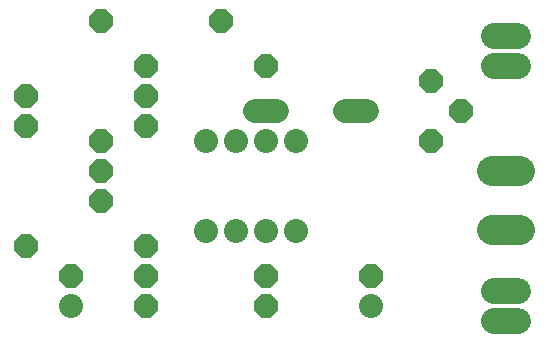
<source format=gbs>
G75*
%MOIN*%
%OFA0B0*%
%FSLAX24Y24*%
%IPPOS*%
%LPD*%
%AMOC8*
5,1,8,0,0,1.08239X$1,22.5*
%
%ADD10C,0.0800*%
%ADD11OC8,0.0800*%
%ADD12C,0.0800*%
%ADD13C,0.0880*%
%ADD14C,0.1000*%
D10*
X003645Y003940D03*
X008145Y006440D03*
X009145Y006440D03*
X010145Y006440D03*
X011145Y006440D03*
X013645Y003940D03*
X011145Y009440D03*
X010145Y009440D03*
X009145Y009440D03*
X008145Y009440D03*
D11*
X006145Y009940D03*
X006145Y010940D03*
X006145Y011940D03*
X004645Y013440D03*
X002145Y010940D03*
X002145Y009940D03*
X004645Y009440D03*
X004645Y008440D03*
X004645Y007440D03*
X006145Y005940D03*
X006145Y004940D03*
X006145Y003940D03*
X003645Y004940D03*
X002145Y005940D03*
X010145Y004940D03*
X010145Y003940D03*
X013645Y004940D03*
X015645Y009440D03*
X016645Y010440D03*
X015645Y011440D03*
X010145Y011940D03*
X008645Y013440D03*
D12*
X009785Y010440D02*
X010505Y010440D01*
X012785Y010440D02*
X013505Y010440D01*
D13*
X017745Y011940D02*
X018545Y011940D01*
X018545Y012940D02*
X017745Y012940D01*
X017745Y004440D02*
X018545Y004440D01*
X018545Y003440D02*
X017745Y003440D01*
D14*
X017685Y006450D02*
X018605Y006450D01*
X018605Y008430D02*
X017685Y008430D01*
M02*

</source>
